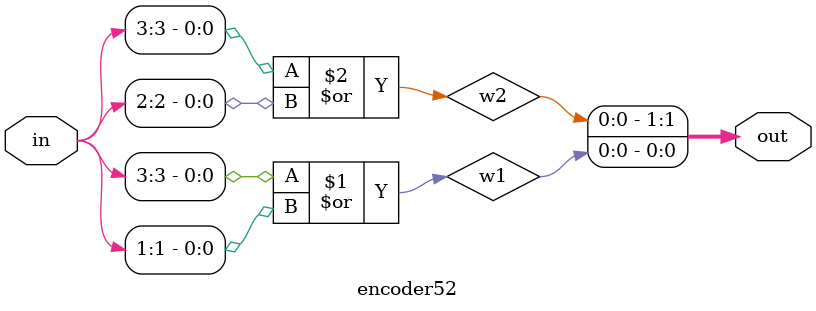
<source format=v>
module encoder52(input [3:0] in, output [1:0] out);

    wire w1,w2;

    or or1(w1,in[3],in[1]);
    or or2(w2, in[3],in[2]);

    assign out[0] = w1;
    assign out[1] = w2;


endmodule

</source>
